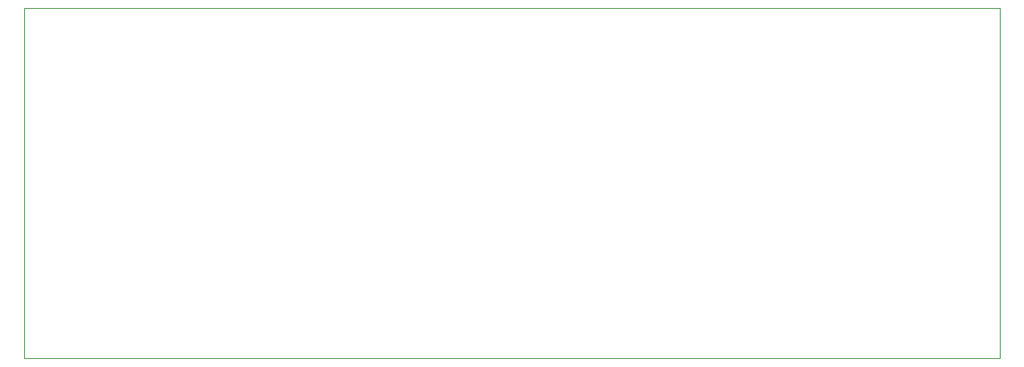
<source format=gko>
G75*
%MOIN*%
%OFA0B0*%
%FSLAX24Y24*%
%IPPOS*%
%LPD*%
%AMOC8*
5,1,8,0,0,1.08239X$1,22.5*
%
%ADD10C,0.0000*%
D10*
X000417Y000180D02*
X000417Y014676D01*
X040787Y014676D01*
X040787Y000180D01*
X000417Y000180D01*
M02*

</source>
